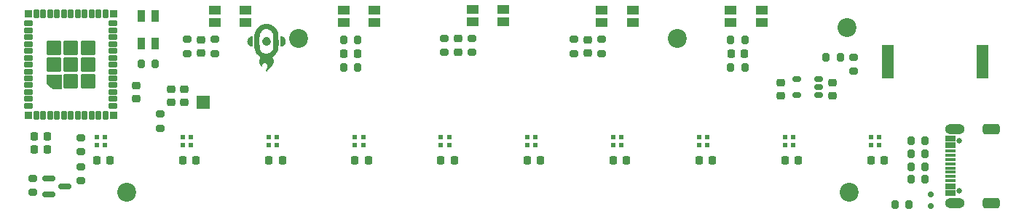
<source format=gbr>
%TF.GenerationSoftware,KiCad,Pcbnew,9.0.7*%
%TF.CreationDate,2026-02-03T10:56:02-06:00*%
%TF.ProjectId,FocusBeam,466f6375-7342-4656-916d-2e6b69636164,rev?*%
%TF.SameCoordinates,Original*%
%TF.FileFunction,Soldermask,Top*%
%TF.FilePolarity,Negative*%
%FSLAX46Y46*%
G04 Gerber Fmt 4.6, Leading zero omitted, Abs format (unit mm)*
G04 Created by KiCad (PCBNEW 9.0.7) date 2026-02-03 10:56:02*
%MOMM*%
%LPD*%
G01*
G04 APERTURE LIST*
G04 Aperture macros list*
%AMRoundRect*
0 Rectangle with rounded corners*
0 $1 Rounding radius*
0 $2 $3 $4 $5 $6 $7 $8 $9 X,Y pos of 4 corners*
0 Add a 4 corners polygon primitive as box body*
4,1,4,$2,$3,$4,$5,$6,$7,$8,$9,$2,$3,0*
0 Add four circle primitives for the rounded corners*
1,1,$1+$1,$2,$3*
1,1,$1+$1,$4,$5*
1,1,$1+$1,$6,$7*
1,1,$1+$1,$8,$9*
0 Add four rect primitives between the rounded corners*
20,1,$1+$1,$2,$3,$4,$5,0*
20,1,$1+$1,$4,$5,$6,$7,0*
20,1,$1+$1,$6,$7,$8,$9,0*
20,1,$1+$1,$8,$9,$2,$3,0*%
G04 Aperture macros list end*
%ADD10C,0.000000*%
%ADD11C,0.010000*%
%ADD12RoundRect,0.225000X0.250000X-0.225000X0.250000X0.225000X-0.250000X0.225000X-0.250000X-0.225000X0*%
%ADD13RoundRect,0.200000X0.275000X-0.200000X0.275000X0.200000X-0.275000X0.200000X-0.275000X-0.200000X0*%
%ADD14R,0.558800X0.558800*%
%ADD15RoundRect,0.225000X-0.225000X-0.250000X0.225000X-0.250000X0.225000X0.250000X-0.225000X0.250000X0*%
%ADD16RoundRect,0.200000X0.200000X0.275000X-0.200000X0.275000X-0.200000X-0.275000X0.200000X-0.275000X0*%
%ADD17R,1.400000X1.050000*%
%ADD18C,2.200000*%
%ADD19RoundRect,0.200000X-0.200000X-0.275000X0.200000X-0.275000X0.200000X0.275000X-0.200000X0.275000X0*%
%ADD20RoundRect,0.102000X0.200000X-0.400000X0.200000X0.400000X-0.200000X0.400000X-0.200000X-0.400000X0*%
%ADD21RoundRect,0.102000X0.400000X-0.200000X0.400000X0.200000X-0.400000X0.200000X-0.400000X-0.200000X0*%
%ADD22RoundRect,0.102000X0.725000X-0.725000X0.725000X0.725000X-0.725000X0.725000X-0.725000X-0.725000X0*%
%ADD23RoundRect,0.102000X0.350000X-0.350000X0.350000X0.350000X-0.350000X0.350000X-0.350000X-0.350000X0*%
%ADD24RoundRect,0.175000X0.325000X-0.175000X0.325000X0.175000X-0.325000X0.175000X-0.325000X-0.175000X0*%
%ADD25RoundRect,0.150000X-0.587500X-0.150000X0.587500X-0.150000X0.587500X0.150000X-0.587500X0.150000X0*%
%ADD26RoundRect,0.225000X0.225000X0.250000X-0.225000X0.250000X-0.225000X-0.250000X0.225000X-0.250000X0*%
%ADD27R,0.812800X1.422400*%
%ADD28RoundRect,0.200000X-0.275000X0.200000X-0.275000X-0.200000X0.275000X-0.200000X0.275000X0.200000X0*%
%ADD29R,1.450000X4.000000*%
%ADD30RoundRect,0.225000X-0.250000X0.225000X-0.250000X-0.225000X0.250000X-0.225000X0.250000X0.225000X0*%
%ADD31R,1.500000X1.500000*%
%ADD32RoundRect,0.150000X0.200000X-0.150000X0.200000X0.150000X-0.200000X0.150000X-0.200000X-0.150000X0*%
%ADD33C,0.650000*%
%ADD34RoundRect,0.025400X0.575000X-0.300000X0.575000X0.300000X-0.575000X0.300000X-0.575000X-0.300000X0*%
%ADD35RoundRect,0.025400X0.575000X-0.150000X0.575000X0.150000X-0.575000X0.150000X-0.575000X-0.150000X0*%
%ADD36O,2.304000X1.204000*%
%ADD37RoundRect,0.301000X0.701000X-0.301000X0.701000X0.301000X-0.701000X0.301000X-0.701000X-0.301000X0*%
G04 APERTURE END LIST*
D10*
%TO.C,G\u002A\u002A\u002A*%
G36*
X87604666Y-74972475D02*
G01*
X87569034Y-74971770D01*
X87541777Y-74969775D01*
X87508459Y-74965356D01*
X87484643Y-74961102D01*
X87393158Y-74935034D01*
X87308784Y-74896017D01*
X87232413Y-74844754D01*
X87164932Y-74781946D01*
X87107232Y-74708296D01*
X87061251Y-74626741D01*
X87035493Y-74564578D01*
X87018607Y-74504056D01*
X87008896Y-74438476D01*
X87006811Y-74412070D01*
X87008122Y-74318639D01*
X87023703Y-74227946D01*
X87052883Y-74141382D01*
X87094990Y-74060336D01*
X87149353Y-73986198D01*
X87215299Y-73920359D01*
X87261915Y-73884171D01*
X87323754Y-73846814D01*
X87391666Y-73816366D01*
X87461463Y-73794266D01*
X87528953Y-73781957D01*
X87565284Y-73779871D01*
X87604666Y-73779740D01*
X87604666Y-74972475D01*
G37*
G36*
X90922194Y-73779793D02*
G01*
X90958240Y-73782672D01*
X91002430Y-73790374D01*
X91049202Y-73801612D01*
X91092996Y-73815103D01*
X91119108Y-73825289D01*
X91158589Y-73845303D01*
X91202847Y-73871861D01*
X91246024Y-73901175D01*
X91282260Y-73929456D01*
X91287991Y-73934503D01*
X91347102Y-73997690D01*
X91396489Y-74070579D01*
X91435269Y-74150748D01*
X91462556Y-74235778D01*
X91477468Y-74323248D01*
X91479121Y-74410736D01*
X91475499Y-74448023D01*
X91455814Y-74540926D01*
X91423122Y-74627674D01*
X91378417Y-74707192D01*
X91322694Y-74778407D01*
X91256946Y-74840246D01*
X91182168Y-74891635D01*
X91099353Y-74931500D01*
X91009497Y-74958769D01*
X91000804Y-74960629D01*
X90968401Y-74966495D01*
X90937360Y-74970732D01*
X90914115Y-74972469D01*
X90913134Y-74972475D01*
X90882812Y-74972475D01*
X90882812Y-73779740D01*
X90922194Y-73779793D01*
G37*
G36*
X89243739Y-73888985D02*
G01*
X89287013Y-73889390D01*
X89319083Y-73890555D01*
X89343747Y-73892989D01*
X89364804Y-73897200D01*
X89386050Y-73903696D01*
X89404863Y-73910550D01*
X89481955Y-73947091D01*
X89551464Y-73995043D01*
X89611911Y-74052850D01*
X89661811Y-74118953D01*
X89699683Y-74191795D01*
X89715794Y-74237330D01*
X89729601Y-74306678D01*
X89732964Y-74381704D01*
X89726195Y-74457627D01*
X89709606Y-74529665D01*
X89693993Y-74571491D01*
X89653380Y-74645557D01*
X89601966Y-74710309D01*
X89541293Y-74764963D01*
X89472902Y-74808734D01*
X89398336Y-74840839D01*
X89319134Y-74860493D01*
X89236839Y-74866914D01*
X89152991Y-74859317D01*
X89134968Y-74855789D01*
X89061879Y-74832739D01*
X88991938Y-74796627D01*
X88927248Y-74749361D01*
X88869912Y-74692846D01*
X88822035Y-74628988D01*
X88785719Y-74559692D01*
X88774265Y-74528956D01*
X88766536Y-74503274D01*
X88761343Y-74479402D01*
X88758219Y-74453251D01*
X88756695Y-74420728D01*
X88756300Y-74377743D01*
X88756305Y-74372357D01*
X88756670Y-74329280D01*
X88757945Y-74297229D01*
X88760642Y-74272234D01*
X88765271Y-74250322D01*
X88772343Y-74227522D01*
X88776403Y-74216067D01*
X88805601Y-74148392D01*
X88841790Y-74089912D01*
X88888376Y-74035254D01*
X88895577Y-74027945D01*
X88949816Y-73979954D01*
X89007171Y-73942651D01*
X89072998Y-73912640D01*
X89083698Y-73908643D01*
X89107362Y-73900481D01*
X89128196Y-73894898D01*
X89149984Y-73891429D01*
X89176511Y-73889609D01*
X89211561Y-73888972D01*
X89243739Y-73888985D01*
G37*
G36*
X89275381Y-72347987D02*
G01*
X89356061Y-72351393D01*
X89431936Y-72358001D01*
X89498366Y-72367698D01*
X89506291Y-72369224D01*
X89646729Y-72404631D01*
X89781536Y-72453454D01*
X89909844Y-72515035D01*
X90030783Y-72588715D01*
X90143483Y-72673835D01*
X90247076Y-72769737D01*
X90340693Y-72875762D01*
X90423464Y-72991252D01*
X90494520Y-73115547D01*
X90496555Y-73119592D01*
X90545524Y-73226985D01*
X90583228Y-73332055D01*
X90601256Y-73396176D01*
X90608421Y-73424475D01*
X90614749Y-73450110D01*
X90620297Y-73474165D01*
X90625121Y-73497725D01*
X90629278Y-73521874D01*
X90632825Y-73547696D01*
X90635819Y-73576276D01*
X90638317Y-73608698D01*
X90640375Y-73646047D01*
X90642050Y-73689406D01*
X90643399Y-73739860D01*
X90644479Y-73798494D01*
X90645346Y-73866391D01*
X90646058Y-73944636D01*
X90646670Y-74034314D01*
X90647241Y-74136509D01*
X90647826Y-74252304D01*
X90648008Y-74288914D01*
X90648638Y-74426421D01*
X90649042Y-74549932D01*
X90649159Y-74660453D01*
X90648926Y-74758992D01*
X90648283Y-74846554D01*
X90647166Y-74924146D01*
X90645514Y-74992774D01*
X90643266Y-75053444D01*
X90640360Y-75107163D01*
X90636734Y-75154938D01*
X90632325Y-75197773D01*
X90627073Y-75236677D01*
X90620916Y-75272655D01*
X90613791Y-75306714D01*
X90605638Y-75339859D01*
X90596393Y-75373098D01*
X90585996Y-75407436D01*
X90577730Y-75433504D01*
X90529257Y-75560725D01*
X90467369Y-75683879D01*
X90393306Y-75801387D01*
X90308312Y-75911670D01*
X90213629Y-76013148D01*
X90110501Y-76104241D01*
X90000169Y-76183369D01*
X89975953Y-76198469D01*
X89930845Y-76225870D01*
X89960791Y-76264929D01*
X89988621Y-76306414D01*
X90016719Y-76357301D01*
X90042516Y-76412260D01*
X90063444Y-76465958D01*
X90073581Y-76499026D01*
X90084335Y-76555778D01*
X90089907Y-76620916D01*
X90090225Y-76688716D01*
X90085216Y-76753457D01*
X90077354Y-76799085D01*
X90058546Y-76864901D01*
X90032332Y-76934147D01*
X90001665Y-76999397D01*
X89987636Y-77024730D01*
X89965947Y-77060431D01*
X89942587Y-77096033D01*
X89916404Y-77132985D01*
X89886251Y-77172738D01*
X89850977Y-77216743D01*
X89809432Y-77266450D01*
X89760466Y-77323309D01*
X89702931Y-77388771D01*
X89667002Y-77429209D01*
X89598171Y-77507419D01*
X89539053Y-77576875D01*
X89488487Y-77639159D01*
X89445314Y-77695857D01*
X89408375Y-77748553D01*
X89376511Y-77798833D01*
X89348564Y-77848279D01*
X89323373Y-77898478D01*
X89322728Y-77899842D01*
X89286667Y-77976220D01*
X89263302Y-77939377D01*
X89239602Y-77898904D01*
X89223357Y-77862192D01*
X89213313Y-77824576D01*
X89208216Y-77781390D01*
X89206812Y-77729268D01*
X89208209Y-77676894D01*
X89213290Y-77632586D01*
X89223307Y-77592035D01*
X89239509Y-77550935D01*
X89263147Y-77504975D01*
X89280863Y-77474218D01*
X89314350Y-77412005D01*
X89336728Y-77356384D01*
X89348664Y-77304653D01*
X89350827Y-77254110D01*
X89345777Y-77211666D01*
X89326215Y-77144912D01*
X89293880Y-77083352D01*
X89250474Y-77029259D01*
X89197698Y-76984905D01*
X89159047Y-76962311D01*
X89130157Y-76948597D01*
X89107702Y-76940232D01*
X89085879Y-76935905D01*
X89058886Y-76934307D01*
X89034087Y-76934111D01*
X88997860Y-76934835D01*
X88971609Y-76937576D01*
X88950352Y-76943190D01*
X88930327Y-76951922D01*
X88886012Y-76979645D01*
X88845504Y-77015547D01*
X88813129Y-77055453D01*
X88800507Y-77077285D01*
X88783720Y-77126808D01*
X88776966Y-77183370D01*
X88780073Y-77243016D01*
X88792866Y-77301789D01*
X88812486Y-77350603D01*
X88820018Y-77368433D01*
X88821447Y-77379060D01*
X88819719Y-77380449D01*
X88807677Y-77375915D01*
X88786864Y-77363600D01*
X88759942Y-77345434D01*
X88729577Y-77323348D01*
X88698432Y-77299271D01*
X88669173Y-77275134D01*
X88647136Y-77255411D01*
X88574519Y-77176935D01*
X88513983Y-77090494D01*
X88466035Y-76997450D01*
X88431184Y-76899161D01*
X88409937Y-76796988D01*
X88402802Y-76692289D01*
X88407038Y-76612738D01*
X88422679Y-76512280D01*
X88447658Y-76421702D01*
X88482803Y-76338527D01*
X88521235Y-76271882D01*
X88535551Y-76249089D01*
X88545458Y-76231745D01*
X88549141Y-76223064D01*
X88549004Y-76222670D01*
X88541597Y-76217934D01*
X88525104Y-76207633D01*
X88504844Y-76195079D01*
X88386278Y-76113189D01*
X88277754Y-76020565D01*
X88179828Y-75918097D01*
X88093054Y-75806674D01*
X88017989Y-75687188D01*
X87955188Y-75560527D01*
X87905207Y-75427581D01*
X87868601Y-75289239D01*
X87845926Y-75146393D01*
X87845111Y-75138588D01*
X87843726Y-75117082D01*
X87842471Y-75082008D01*
X87841348Y-75034719D01*
X87840357Y-74976563D01*
X87839496Y-74908891D01*
X87838767Y-74833054D01*
X87838169Y-74750402D01*
X87837702Y-74662285D01*
X87837367Y-74570054D01*
X87837162Y-74475059D01*
X87837089Y-74378651D01*
X87837146Y-74282179D01*
X87837335Y-74186994D01*
X87837654Y-74094447D01*
X87837903Y-74045529D01*
X88445339Y-74045529D01*
X88445432Y-74139180D01*
X88445698Y-74245447D01*
X88446093Y-74365325D01*
X88446278Y-74417366D01*
X88448786Y-75118754D01*
X88469284Y-75193769D01*
X88505429Y-75299310D01*
X88553710Y-75397162D01*
X88613325Y-75486442D01*
X88683473Y-75566267D01*
X88763354Y-75635755D01*
X88852166Y-75694025D01*
X88949109Y-75740194D01*
X88973862Y-75749506D01*
X89077472Y-75779125D01*
X89182744Y-75794870D01*
X89287637Y-75796554D01*
X89375908Y-75786627D01*
X89481140Y-75760678D01*
X89581386Y-75720860D01*
X89675359Y-75667844D01*
X89761771Y-75602300D01*
X89802442Y-75564340D01*
X89875526Y-75480988D01*
X89935613Y-75390319D01*
X89982396Y-75292972D01*
X90015566Y-75189589D01*
X90034627Y-75082489D01*
X90036098Y-75061383D01*
X90037422Y-75026693D01*
X90038601Y-74979836D01*
X90039634Y-74922231D01*
X90040521Y-74855294D01*
X90041262Y-74780444D01*
X90041857Y-74699098D01*
X90042307Y-74612675D01*
X90042610Y-74522591D01*
X90042768Y-74430266D01*
X90042780Y-74337115D01*
X90042646Y-74244559D01*
X90042366Y-74154013D01*
X90041941Y-74066896D01*
X90041369Y-73984626D01*
X90040652Y-73908620D01*
X90039788Y-73840297D01*
X90038779Y-73781073D01*
X90037624Y-73732368D01*
X90036324Y-73695598D01*
X90034877Y-73672181D01*
X90034627Y-73669726D01*
X90015576Y-73562726D01*
X89983503Y-73461526D01*
X89939367Y-73366996D01*
X89884122Y-73280001D01*
X89818726Y-73201412D01*
X89744136Y-73132094D01*
X89661307Y-73072916D01*
X89571196Y-73024745D01*
X89474759Y-72988450D01*
X89372953Y-72964897D01*
X89266735Y-72954955D01*
X89246443Y-72954676D01*
X89135442Y-72961410D01*
X89030375Y-72981915D01*
X88931062Y-73016264D01*
X88837323Y-73064529D01*
X88748978Y-73126781D01*
X88695189Y-73173991D01*
X88623911Y-73249996D01*
X88565777Y-73330827D01*
X88519078Y-73419176D01*
X88487104Y-73502186D01*
X88480109Y-73523631D01*
X88473909Y-73543770D01*
X88468459Y-73563598D01*
X88463716Y-73584108D01*
X88459633Y-73606295D01*
X88456168Y-73631154D01*
X88453275Y-73659678D01*
X88450911Y-73692863D01*
X88449031Y-73731703D01*
X88447591Y-73777192D01*
X88446546Y-73830325D01*
X88445852Y-73892095D01*
X88445464Y-73963499D01*
X88445339Y-74045529D01*
X87837903Y-74045529D01*
X87838105Y-74005887D01*
X87838686Y-73922666D01*
X87839398Y-73846133D01*
X87840241Y-73777639D01*
X87841215Y-73718535D01*
X87842320Y-73670169D01*
X87843555Y-73633894D01*
X87844921Y-73611059D01*
X87845147Y-73608786D01*
X87867208Y-73466779D01*
X87901854Y-73332005D01*
X87949539Y-73202869D01*
X87979174Y-73138364D01*
X88049939Y-73010688D01*
X88131996Y-72892388D01*
X88224565Y-72784034D01*
X88326862Y-72686195D01*
X88438107Y-72599441D01*
X88557515Y-72524340D01*
X88684306Y-72461463D01*
X88817698Y-72411378D01*
X88956907Y-72374656D01*
X89050918Y-72358111D01*
X89118168Y-72351233D01*
X89194536Y-72347896D01*
X89275381Y-72347987D01*
G37*
D11*
%TO.C,U7*%
X65350000Y-79900000D02*
X64350000Y-79900000D01*
X63700000Y-79250000D01*
X63700000Y-78250000D01*
X65350000Y-78250000D01*
X65350000Y-79900000D01*
G36*
X65350000Y-79900000D02*
G01*
X64350000Y-79900000D01*
X63700000Y-79250000D01*
X63700000Y-78250000D01*
X65350000Y-78250000D01*
X65350000Y-79900000D01*
G37*
%TD*%
D12*
%TO.C,C32*%
X126620000Y-75735000D03*
X126620000Y-74185000D03*
%TD*%
D13*
%TO.C,R5*%
X67700000Y-87250020D03*
X67700000Y-85600020D03*
%TD*%
%TO.C,R25*%
X109945000Y-75665000D03*
X109945000Y-74015000D03*
%TD*%
D14*
%TO.C,LED2*%
X79525000Y-85550040D03*
X79525000Y-86500000D03*
X80475000Y-86500000D03*
X80475000Y-85550040D03*
%TD*%
D15*
%TO.C,C26*%
X129525000Y-88225020D03*
X131075000Y-88225020D03*
%TD*%
%TO.C,C28*%
X149525000Y-88225020D03*
X151075000Y-88225020D03*
%TD*%
D16*
%TO.C,R29*%
X144850000Y-77400000D03*
X143200000Y-77400000D03*
%TD*%
D13*
%TO.C,R20*%
X83200000Y-75800000D03*
X83200000Y-74150000D03*
%TD*%
D17*
%TO.C,S4*%
X101800000Y-72200000D03*
X98200000Y-72200000D03*
X101800000Y-70750000D03*
X98200000Y-70750000D03*
%TD*%
D18*
%TO.C,REF\u002A\u002A*%
X157000000Y-92000000D03*
%TD*%
D14*
%TO.C,LED3*%
X89525000Y-85550040D03*
X89525000Y-86500000D03*
X90475000Y-86500000D03*
X90475000Y-85550040D03*
%TD*%
%TO.C,LED9*%
X149525000Y-85550040D03*
X149525000Y-86500000D03*
X150475000Y-86500000D03*
X150475000Y-85550040D03*
%TD*%
D13*
%TO.C,R19*%
X80000000Y-75800000D03*
X80000000Y-74150000D03*
%TD*%
D12*
%TO.C,C12*%
X79700000Y-81500000D03*
X79700000Y-79950000D03*
%TD*%
D18*
%TO.C,REF\u002A\u002A*%
X137000000Y-74000000D03*
%TD*%
D12*
%TO.C,C10*%
X78200000Y-81500000D03*
X78200000Y-79950000D03*
%TD*%
D18*
%TO.C,REF\u002A\u002A*%
X93000000Y-74000000D03*
%TD*%
D15*
%TO.C,C19*%
X119525000Y-88225020D03*
X121075000Y-88225020D03*
%TD*%
D12*
%TO.C,C31*%
X111545000Y-75615000D03*
X111545000Y-74065000D03*
%TD*%
D13*
%TO.C,R28*%
X128220000Y-75785000D03*
X128220000Y-74135000D03*
%TD*%
D19*
%TO.C,R21*%
X164175000Y-89000000D03*
X165825000Y-89000000D03*
%TD*%
D13*
%TO.C,R26*%
X113145000Y-75665000D03*
X113145000Y-74015000D03*
%TD*%
D14*
%TO.C,LED8*%
X139525000Y-85550040D03*
X139525000Y-86500000D03*
X140475000Y-86500000D03*
X140475000Y-85550040D03*
%TD*%
D20*
%TO.C,U7*%
X62500000Y-83000000D03*
X63300000Y-83000000D03*
X64100000Y-83000000D03*
X64900000Y-83000000D03*
X65700000Y-83000000D03*
X66500000Y-83000000D03*
X67300000Y-83000000D03*
X68100000Y-83000000D03*
X68900000Y-83000000D03*
X69700000Y-83000000D03*
X70500000Y-83000000D03*
D21*
X71400000Y-81900000D03*
X71400000Y-81100000D03*
X71400000Y-80300000D03*
X71400000Y-79500000D03*
X71400000Y-78700000D03*
X71400000Y-77900000D03*
X71400000Y-77100000D03*
X71400000Y-76300000D03*
X71400000Y-75500000D03*
X71400000Y-74700000D03*
X71400000Y-73900000D03*
X71400000Y-73100000D03*
X71400000Y-72300000D03*
D20*
X70500000Y-71200000D03*
X69700000Y-71200000D03*
X68900000Y-71200000D03*
X68100000Y-71200000D03*
X67300000Y-71200000D03*
X66500000Y-71200000D03*
X65700000Y-71200000D03*
X64900000Y-71200000D03*
X64100000Y-71200000D03*
X63300000Y-71200000D03*
X62500000Y-71200000D03*
D21*
X61600000Y-72300000D03*
X61600000Y-73100000D03*
X61600000Y-73900000D03*
X61600000Y-74700000D03*
X61600000Y-75500000D03*
X61600000Y-76300000D03*
X61600000Y-77100000D03*
X61600000Y-77900000D03*
X61600000Y-78700000D03*
X61600000Y-79500000D03*
X61600000Y-80300000D03*
X61600000Y-81100000D03*
X61600000Y-81900000D03*
D22*
X66500000Y-79075000D03*
X68475000Y-79075000D03*
X64525000Y-77100000D03*
X66500000Y-77100000D03*
X68475000Y-77100000D03*
X64525000Y-75125000D03*
X66500000Y-75125000D03*
X68475000Y-75125000D03*
D23*
X61550000Y-71150000D03*
X71450000Y-71150000D03*
X71450000Y-83050000D03*
X61550000Y-83050000D03*
%TD*%
D17*
%TO.C,S6*%
X131800000Y-72200000D03*
X128200000Y-72200000D03*
X131800000Y-70750000D03*
X128200000Y-70750000D03*
%TD*%
D24*
%TO.C,U6*%
X153465000Y-80685000D03*
X153465000Y-79735000D03*
X153465000Y-78785000D03*
X150865000Y-78785000D03*
X150865000Y-80685000D03*
%TD*%
D17*
%TO.C,S3*%
X86800000Y-72200000D03*
X83200000Y-72200000D03*
X86800000Y-70750000D03*
X83200000Y-70750000D03*
%TD*%
D14*
%TO.C,LED1*%
X69525000Y-85550040D03*
X69525000Y-86500000D03*
X70475000Y-86500000D03*
X70475000Y-85550040D03*
%TD*%
D25*
%TO.C,Q1*%
X63925000Y-90350000D03*
X63925000Y-92250000D03*
X65800000Y-91300000D03*
%TD*%
D15*
%TO.C,C20*%
X139525000Y-88225020D03*
X141075000Y-88225020D03*
%TD*%
D17*
%TO.C,S7*%
X146800000Y-72200000D03*
X143200000Y-72200000D03*
X146800000Y-70750000D03*
X143200000Y-70750000D03*
%TD*%
D26*
%TO.C,C9*%
X63775000Y-87000000D03*
X62225000Y-87000000D03*
%TD*%
D13*
%TO.C,R1*%
X62100000Y-92025000D03*
X62100000Y-90375000D03*
%TD*%
D12*
%TO.C,C22*%
X149050000Y-80735000D03*
X149050000Y-79185000D03*
%TD*%
D27*
%TO.C,S2*%
X76325000Y-71399800D03*
X74675000Y-71399800D03*
X74675000Y-74600200D03*
X76325000Y-74600200D03*
%TD*%
D28*
%TO.C,R31*%
X157502187Y-76207486D03*
X157502187Y-77857486D03*
%TD*%
D19*
%TO.C,R12*%
X74675000Y-77000000D03*
X76325000Y-77000000D03*
%TD*%
D18*
%TO.C,REF\u002A\u002A*%
X156770000Y-72770000D03*
%TD*%
D17*
%TO.C,S5*%
X116800000Y-72125000D03*
X113200000Y-72125000D03*
X116800000Y-70675000D03*
X113200000Y-70675000D03*
%TD*%
D16*
%TO.C,R16*%
X163965000Y-93460000D03*
X162315000Y-93460000D03*
%TD*%
D15*
%TO.C,C24*%
X89525000Y-88225020D03*
X91075000Y-88225020D03*
%TD*%
%TO.C,C16*%
X69525000Y-88225020D03*
X71075000Y-88225020D03*
%TD*%
D26*
%TO.C,C33*%
X144800000Y-75800000D03*
X143250000Y-75800000D03*
%TD*%
D14*
%TO.C,LED6*%
X119525000Y-85550040D03*
X119525000Y-86500000D03*
X120475000Y-86500000D03*
X120475000Y-85550040D03*
%TD*%
D15*
%TO.C,C17*%
X79525000Y-88225020D03*
X81075000Y-88225020D03*
%TD*%
D12*
%TO.C,C27*%
X81600000Y-75750000D03*
X81600000Y-74200000D03*
%TD*%
D16*
%TO.C,R24*%
X99850000Y-74200000D03*
X98200000Y-74200000D03*
%TD*%
%TO.C,R18*%
X165825000Y-90500000D03*
X164175000Y-90500000D03*
%TD*%
D12*
%TO.C,C21*%
X155050000Y-80735000D03*
X155050000Y-79185000D03*
%TD*%
D16*
%TO.C,R22*%
X165825000Y-87500000D03*
X164175000Y-87500000D03*
%TD*%
D26*
%TO.C,C11*%
X63775000Y-85500000D03*
X62225000Y-85500000D03*
%TD*%
D14*
%TO.C,LED4*%
X99525000Y-85550040D03*
X99525000Y-86500000D03*
X100475000Y-86500000D03*
X100475000Y-85550040D03*
%TD*%
D16*
%TO.C,R23*%
X99850000Y-77400000D03*
X98200000Y-77400000D03*
%TD*%
D28*
%TO.C,R4*%
X67700000Y-89000020D03*
X67700000Y-90650020D03*
%TD*%
D26*
%TO.C,C30*%
X99800000Y-75800000D03*
X98250000Y-75800000D03*
%TD*%
D18*
%TO.C,REF\u002A\u002A*%
X73000000Y-92000000D03*
%TD*%
D29*
%TO.C,LS1*%
X172455000Y-76740000D03*
X161505000Y-76740000D03*
%TD*%
D14*
%TO.C,LED7*%
X129525000Y-85550040D03*
X129525000Y-86500000D03*
X130475000Y-86500000D03*
X130475000Y-85550040D03*
%TD*%
D16*
%TO.C,R17*%
X165825000Y-86000000D03*
X164175000Y-86000000D03*
%TD*%
D13*
%TO.C,R27*%
X125020000Y-75785000D03*
X125020000Y-74135000D03*
%TD*%
D30*
%TO.C,C13*%
X74100000Y-79525000D03*
X74100000Y-81075000D03*
%TD*%
D31*
%TO.C,TP2*%
X81900000Y-81525000D03*
%TD*%
D15*
%TO.C,C25*%
X109525000Y-88225020D03*
X111075000Y-88225020D03*
%TD*%
%TO.C,C18*%
X99525000Y-88225020D03*
X101075000Y-88225020D03*
%TD*%
D14*
%TO.C,LED5*%
X109525000Y-85550040D03*
X109525000Y-86500000D03*
X110475000Y-86500000D03*
X110475000Y-85550040D03*
%TD*%
D32*
%TO.C,D5*%
X166480000Y-92210000D03*
X166480000Y-93610000D03*
%TD*%
D13*
%TO.C,R11*%
X76890000Y-84515000D03*
X76890000Y-82865000D03*
%TD*%
D33*
%TO.C,P1*%
X169800000Y-91800000D03*
X169800000Y-86020000D03*
D34*
X168725000Y-92110000D03*
X168725000Y-91310000D03*
D35*
X168725000Y-90160000D03*
X168725000Y-89160000D03*
X168725000Y-88660000D03*
X168725000Y-87660000D03*
D34*
X168725000Y-86510000D03*
X168725000Y-85710000D03*
D35*
X168725000Y-87160000D03*
X168725000Y-88160000D03*
X168725000Y-89660000D03*
X168725000Y-90660000D03*
D36*
X169300000Y-93230000D03*
X169300000Y-84590000D03*
D37*
X173480000Y-93230000D03*
X173480000Y-84590000D03*
%TD*%
D14*
%TO.C,LED10*%
X159525000Y-85550040D03*
X159525000Y-86500000D03*
X160475000Y-86500000D03*
X160475000Y-85550040D03*
%TD*%
D16*
%TO.C,R32*%
X155927187Y-76207486D03*
X154277187Y-76207486D03*
%TD*%
D15*
%TO.C,C29*%
X159525000Y-88225020D03*
X161075000Y-88225020D03*
%TD*%
D16*
%TO.C,R30*%
X144850000Y-74200000D03*
X143200000Y-74200000D03*
%TD*%
M02*

</source>
